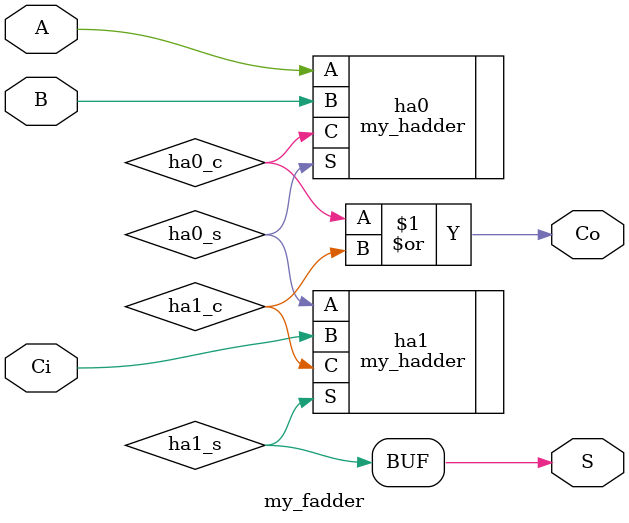
<source format=v>
`timescale 1ns / 1ps


module my_fadder(
    input A,
    input B,
    input Ci,
    output S,
    output Co
    );
    
    // S = (A ^ B) ^ Ci
    // Co = (A & B) | (Ci & (A ^ B) )
    
    // Wire Declaration
    wire ha0_s, ha0_c; // Half-adder 0ÀÇ Sum, Carry
    wire ha1_s, ha1_c; // Half-adder 1ÀÇ Sum, Carry
    
    // Instantiation ¹Ø¿¡ Àû¾îµµ °á°ú´Â °°´Ù. 
    assign S = ha1_s;
    assign Co = ha0_c | ha1_c;
    
    // *** Instantiation ***
    // [ÂüÁ¶ÇÒ Module¸í] [½Äº° Name] ( ÂüÁ¶ÇÒ ModuleÀÇ Æ÷Æ®¿Í ½ÅÈ£ ¿¬°á )
    my_hadder ha0 (
        .A(A), 
        .B(B), 
        .S(ha0_s), 
        .C(ha0_c) 
        );

    my_hadder ha1 (
        .A(ha0_s), 
        .B(Ci), 
        .S(ha1_s), 
        .C(ha1_c) 
        );
        
endmodule

</source>
